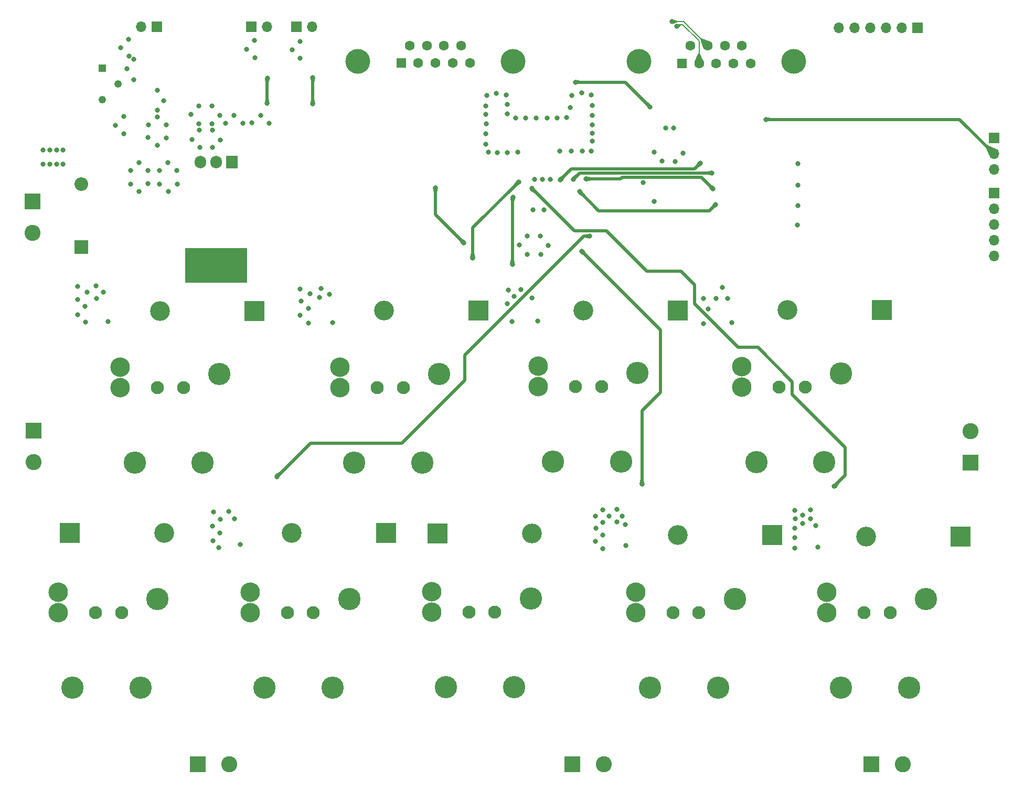
<source format=gbr>
%TF.GenerationSoftware,KiCad,Pcbnew,7.0.2-6a45011f42~172~ubuntu22.04.1*%
%TF.CreationDate,2023-04-27T13:30:21+02:00*%
%TF.ProjectId,Grup3_Tarda_Projecte_Netejaparabrises,47727570-335f-4546-9172-64615f50726f,1.4.27042023*%
%TF.SameCoordinates,Original*%
%TF.FileFunction,Copper,L4,Bot*%
%TF.FilePolarity,Positive*%
%FSLAX46Y46*%
G04 Gerber Fmt 4.6, Leading zero omitted, Abs format (unit mm)*
G04 Created by KiCad (PCBNEW 7.0.2-6a45011f42~172~ubuntu22.04.1) date 2023-04-27 13:30:21*
%MOMM*%
%LPD*%
G01*
G04 APERTURE LIST*
%TA.AperFunction,ComponentPad*%
%ADD10R,1.700000X1.700000*%
%TD*%
%TA.AperFunction,ComponentPad*%
%ADD11O,1.700000X1.700000*%
%TD*%
%TA.AperFunction,ComponentPad*%
%ADD12R,2.600000X2.600000*%
%TD*%
%TA.AperFunction,ComponentPad*%
%ADD13C,2.600000*%
%TD*%
%TA.AperFunction,ComponentPad*%
%ADD14C,2.100000*%
%TD*%
%TA.AperFunction,ComponentPad*%
%ADD15C,3.150000*%
%TD*%
%TA.AperFunction,ComponentPad*%
%ADD16C,3.600000*%
%TD*%
%TA.AperFunction,ComponentPad*%
%ADD17R,1.222000X1.222000*%
%TD*%
%TA.AperFunction,ComponentPad*%
%ADD18C,1.222000*%
%TD*%
%TA.AperFunction,ComponentPad*%
%ADD19R,3.200000X3.200000*%
%TD*%
%TA.AperFunction,ComponentPad*%
%ADD20O,3.200000X3.200000*%
%TD*%
%TA.AperFunction,ComponentPad*%
%ADD21R,2.200000X2.200000*%
%TD*%
%TA.AperFunction,ComponentPad*%
%ADD22O,2.200000X2.200000*%
%TD*%
%TA.AperFunction,ComponentPad*%
%ADD23R,1.905000X2.000000*%
%TD*%
%TA.AperFunction,ComponentPad*%
%ADD24O,1.905000X2.000000*%
%TD*%
%TA.AperFunction,ComponentPad*%
%ADD25R,10.000000X5.600000*%
%TD*%
%TA.AperFunction,ComponentPad*%
%ADD26C,4.000000*%
%TD*%
%TA.AperFunction,ComponentPad*%
%ADD27R,1.600000X1.600000*%
%TD*%
%TA.AperFunction,ComponentPad*%
%ADD28C,1.600000*%
%TD*%
%TA.AperFunction,ViaPad*%
%ADD29C,0.800000*%
%TD*%
%TA.AperFunction,Conductor*%
%ADD30C,0.500000*%
%TD*%
%TA.AperFunction,Conductor*%
%ADD31C,0.200000*%
%TD*%
G04 APERTURE END LIST*
D10*
%TO.P,J7,1,Pin_1*%
%TO.N,+VCC*%
X78680000Y-34605000D03*
D11*
%TO.P,J7,2,Pin_2*%
%TO.N,/Analog/Vsensor*%
X76140000Y-34605000D03*
%TD*%
D12*
%TO.P,J8,1,Pin_1*%
%TO.N,VMOT1-*%
X85255000Y-153645000D03*
D13*
%TO.P,J8,2,Pin_2*%
%TO.N,VMOT1+*%
X90335000Y-153645000D03*
%TD*%
D12*
%TO.P,J10,1,Pin_1*%
%TO.N,GNDPWR*%
X58795000Y-99845000D03*
D13*
%TO.P,J10,2,Pin_2*%
%TO.N,VBOMBA1*%
X58795000Y-104925000D03*
%TD*%
D14*
%TO.P,K3,1*%
%TO.N,VBAT*%
X99725000Y-129230000D03*
%TO.P,K3,2*%
%TO.N,/Potencia/Vc_m1*%
X103925000Y-129230000D03*
D15*
%TO.P,K3,3*%
%TO.N,GNDPWR*%
X93725000Y-125930000D03*
D16*
%TO.P,K3,4*%
%TO.N,VMOT1+*%
X96025000Y-141330000D03*
D15*
%TO.P,K3,5*%
%TO.N,EN1*%
X93725000Y-129230000D03*
D16*
%TO.P,K3,A4*%
%TO.N,N/C*%
X107025000Y-141330000D03*
%TO.P,K3,B4*%
X109725000Y-127030000D03*
%TD*%
D17*
%TO.P,RPOT1,1,1*%
%TO.N,/Analog/Vsensibilitat*%
X69830000Y-41304500D03*
D18*
%TO.P,RPOT1,2,2*%
%TO.N,GND*%
X72370000Y-43844500D03*
%TO.P,RPOT1,3,3*%
X69830000Y-46384500D03*
%TD*%
D19*
%TO.P,D12,1,K*%
%TO.N,VBAT*%
X208350000Y-116940000D03*
D20*
%TO.P,D12,2,A*%
%TO.N,/Potencia/Vc_lu*%
X193110000Y-116940000D03*
%TD*%
D14*
%TO.P,K2,1*%
%TO.N,VBAT*%
X114210000Y-92900000D03*
%TO.P,K2,2*%
%TO.N,/Potencia/Vc_EN1*%
X118410000Y-92900000D03*
D15*
%TO.P,K2,3*%
%TO.N,GNDPWR*%
X108210000Y-89600000D03*
D16*
%TO.P,K2,4*%
%TO.N,EN1*%
X110510000Y-105000000D03*
D15*
%TO.P,K2,5*%
%TO.N,VBAT*%
X108210000Y-92900000D03*
D16*
%TO.P,K2,A4*%
%TO.N,N/C*%
X121510000Y-105000000D03*
%TO.P,K2,B4*%
X124210000Y-90700000D03*
%TD*%
D19*
%TO.P,D6,1,K*%
%TO.N,VBAT*%
X115620000Y-116340000D03*
D20*
%TO.P,D6,2,A*%
%TO.N,/Potencia/Vc_m1*%
X100380000Y-116340000D03*
%TD*%
D12*
%TO.P,J9,1,Pin_1*%
%TO.N,VMOT2-*%
X145705000Y-153645000D03*
D13*
%TO.P,J9,2,Pin_2*%
%TO.N,VMOT2+*%
X150785000Y-153645000D03*
%TD*%
D21*
%TO.P,D1,1,K*%
%TO.N,VBAT*%
X66440000Y-70200000D03*
D22*
%TO.P,D1,2,A*%
%TO.N,/Alimentacio/Vbat*%
X66440000Y-60040000D03*
%TD*%
D14*
%TO.P,K4,1*%
%TO.N,VBAT*%
X68760000Y-129230000D03*
%TO.P,K4,2*%
%TO.N,/Potencia/Vc_m1*%
X72960000Y-129230000D03*
D15*
%TO.P,K4,3*%
%TO.N,EN1*%
X62760000Y-125930000D03*
D16*
%TO.P,K4,4*%
%TO.N,VMOT1-*%
X65060000Y-141330000D03*
D15*
%TO.P,K4,5*%
%TO.N,GNDPWR*%
X62760000Y-129230000D03*
D16*
%TO.P,K4,A4*%
%TO.N,N/C*%
X76060000Y-141330000D03*
%TO.P,K4,B4*%
X78760000Y-127030000D03*
%TD*%
D10*
%TO.P,J2,1,Pin_1*%
%TO.N,/Digital/Vboto1*%
X201390000Y-34780000D03*
D11*
%TO.P,J2,2,Pin_2*%
%TO.N,/Digital/Vboto2*%
X198850000Y-34780000D03*
%TO.P,J2,3,Pin_3*%
%TO.N,/Digital/Vboto3*%
X196310000Y-34780000D03*
%TO.P,J2,4,Pin_4*%
%TO.N,GND*%
X193770000Y-34780000D03*
%TO.P,J2,5,Pin_5*%
%TO.N,/Digital/Vboto4*%
X191230000Y-34780000D03*
%TO.P,J2,6,Pin_6*%
%TO.N,GND*%
X188690000Y-34780000D03*
%TD*%
D23*
%TO.P,IC1,1*%
%TO.N,VBAT*%
X90740000Y-56460000D03*
D24*
%TO.P,IC1,2*%
%TO.N,GNDPWR*%
X88200000Y-56460000D03*
D25*
X88190000Y-73110000D03*
D24*
%TO.P,IC1,3*%
%TO.N,+VCC*%
X85660000Y-56460000D03*
%TD*%
D26*
%TO.P,J6,0,PAD*%
%TO.N,unconnected-(J6-PAD-Pad0)*%
X181445000Y-40240000D03*
X156445000Y-40240000D03*
D27*
%TO.P,J6,1,1*%
%TO.N,unconnected-(J6-Pad1)*%
X163405000Y-40540000D03*
D28*
%TO.P,J6,2,2*%
%TO.N,/Digital/CAN+*%
X166175000Y-40540000D03*
%TO.P,J6,3,3*%
%TO.N,unconnected-(J6-Pad3)*%
X168945000Y-40540000D03*
%TO.P,J6,4,4*%
%TO.N,unconnected-(J6-Pad4)*%
X171715000Y-40540000D03*
%TO.P,J6,5,5*%
%TO.N,unconnected-(J6-Pad5)*%
X174485000Y-40540000D03*
%TO.P,J6,6,6*%
%TO.N,GND*%
X164790000Y-37700000D03*
%TO.P,J6,7,7*%
%TO.N,/Digital/CAN-*%
X167560000Y-37700000D03*
%TO.P,J6,8,8*%
%TO.N,unconnected-(J6-Pad8)*%
X170330000Y-37700000D03*
%TO.P,J6,9,9*%
%TO.N,unconnected-(J6-Pad9)*%
X173100000Y-37700000D03*
%TD*%
D19*
%TO.P,D4,1,K*%
%TO.N,VBAT*%
X94440000Y-80480000D03*
D20*
%TO.P,D4,2,A*%
%TO.N,/Potencia/Vc_b1*%
X79200000Y-80480000D03*
%TD*%
D10*
%TO.P,J13,1,Pin_1*%
%TO.N,GND*%
X93860000Y-34600000D03*
D11*
%TO.P,J13,2,Pin_2*%
%TO.N,/Digital/Vfin_front*%
X96400000Y-34600000D03*
%TD*%
D19*
%TO.P,D10,1,K*%
%TO.N,VBAT*%
X123950000Y-116430000D03*
D20*
%TO.P,D10,2,A*%
%TO.N,/Potencia/Vc_m2*%
X139190000Y-116430000D03*
%TD*%
D10*
%TO.P,J3,1,Pin_1*%
%TO.N,/Digital/PROG_MCLR*%
X213810000Y-61490000D03*
D11*
%TO.P,J3,2,Pin_2*%
%TO.N,+VCC*%
X213810000Y-64030000D03*
%TO.P,J3,3,Pin_3*%
%TO.N,GND*%
X213810000Y-66570000D03*
%TO.P,J3,4,Pin_4*%
%TO.N,PGD*%
X213810000Y-69110000D03*
%TO.P,J3,5,Pin_5*%
%TO.N,PGC*%
X213810000Y-71650000D03*
%TD*%
D12*
%TO.P,J1,1,Pin_1*%
%TO.N,/Alimentacio/Vbat*%
X58575000Y-62790000D03*
D13*
%TO.P,J1,2,Pin_2*%
%TO.N,GNDPWR*%
X58575000Y-67870000D03*
%TD*%
D10*
%TO.P,J14,1,Pin_1*%
%TO.N,GND*%
X101210000Y-34600000D03*
D11*
%TO.P,J14,2,Pin_2*%
%TO.N,/Digital/Vfin_back*%
X103750000Y-34600000D03*
%TD*%
D14*
%TO.P,K1,1*%
%TO.N,VBAT*%
X78760000Y-92900000D03*
%TO.P,K1,2*%
%TO.N,/Potencia/Vc_b1*%
X82960000Y-92900000D03*
D15*
%TO.P,K1,3*%
%TO.N,GNDPWR*%
X72760000Y-89600000D03*
D16*
%TO.P,K1,4*%
%TO.N,VBOMBA1*%
X75060000Y-105000000D03*
D15*
%TO.P,K1,5*%
%TO.N,VBAT*%
X72760000Y-92900000D03*
D16*
%TO.P,K1,A4*%
%TO.N,N/C*%
X86060000Y-105000000D03*
%TO.P,K1,B4*%
X88760000Y-90700000D03*
%TD*%
D26*
%TO.P,J5,0,PAD*%
%TO.N,unconnected-(J5-PAD-Pad0)*%
X136120000Y-40210000D03*
X111120000Y-40210000D03*
D27*
%TO.P,J5,1,1*%
%TO.N,unconnected-(J5-Pad1)*%
X118080000Y-40510000D03*
D28*
%TO.P,J5,2,2*%
%TO.N,/Digital/Rx*%
X120850000Y-40510000D03*
%TO.P,J5,3,3*%
%TO.N,/Digital/Tx*%
X123620000Y-40510000D03*
%TO.P,J5,4,4*%
%TO.N,unconnected-(J5-Pad4)*%
X126390000Y-40510000D03*
%TO.P,J5,5,5*%
%TO.N,GND*%
X129160000Y-40510000D03*
%TO.P,J5,6,6*%
%TO.N,unconnected-(J5-Pad6)*%
X119465000Y-37670000D03*
%TO.P,J5,7,7*%
%TO.N,unconnected-(J5-Pad7)*%
X122235000Y-37670000D03*
%TO.P,J5,8,8*%
%TO.N,unconnected-(J5-Pad8)*%
X125005000Y-37670000D03*
%TO.P,J5,9,9*%
%TO.N,unconnected-(J5-Pad9)*%
X127775000Y-37670000D03*
%TD*%
D14*
%TO.P,K9,1*%
%TO.N,VBAT*%
X192790000Y-129200000D03*
%TO.P,K9,2*%
%TO.N,/Potencia/Vc_lu*%
X196990000Y-129200000D03*
D15*
%TO.P,K9,3*%
%TO.N,GNDPWR*%
X186790000Y-125900000D03*
D16*
%TO.P,K9,4*%
%TO.N,VLUNETA*%
X189090000Y-141300000D03*
D15*
%TO.P,K9,5*%
%TO.N,VBAT*%
X186790000Y-129200000D03*
D16*
%TO.P,K9,A4*%
%TO.N,N/C*%
X200090000Y-141300000D03*
%TO.P,K9,B4*%
X202790000Y-127000000D03*
%TD*%
D12*
%TO.P,J11,1,Pin_1*%
%TO.N,GNDPWR*%
X210005000Y-104985000D03*
D13*
%TO.P,J11,2,Pin_2*%
%TO.N,VBOMBA2*%
X210005000Y-99905000D03*
%TD*%
D19*
%TO.P,D9,1,K*%
%TO.N,VBAT*%
X162710000Y-80410000D03*
D20*
%TO.P,D9,2,A*%
%TO.N,/Potencia/Vc_EN2*%
X147470000Y-80410000D03*
%TD*%
D14*
%TO.P,K7,1*%
%TO.N,VBAT*%
X128990000Y-129105000D03*
%TO.P,K7,2*%
%TO.N,/Potencia/Vc_m2*%
X133190000Y-129105000D03*
D15*
%TO.P,K7,3*%
%TO.N,EN2*%
X122990000Y-125805000D03*
D16*
%TO.P,K7,4*%
%TO.N,VMOT2-*%
X125290000Y-141205000D03*
D15*
%TO.P,K7,5*%
%TO.N,GNDPWR*%
X122990000Y-129105000D03*
D16*
%TO.P,K7,A4*%
%TO.N,N/C*%
X136290000Y-141205000D03*
%TO.P,K7,B4*%
X138990000Y-126905000D03*
%TD*%
D19*
%TO.P,D11,1,K*%
%TO.N,VBAT*%
X177990000Y-116640000D03*
D20*
%TO.P,D11,2,A*%
%TO.N,/Potencia/Vc_m2*%
X162750000Y-116640000D03*
%TD*%
D19*
%TO.P,D7,1,K*%
%TO.N,VBAT*%
X64630000Y-116340000D03*
D20*
%TO.P,D7,2,A*%
%TO.N,/Potencia/Vc_m1*%
X79870000Y-116340000D03*
%TD*%
D19*
%TO.P,D8,1,K*%
%TO.N,VBAT*%
X195640000Y-80340000D03*
D20*
%TO.P,D8,2,A*%
%TO.N,/Potencia/Vc_b2*%
X180400000Y-80340000D03*
%TD*%
D14*
%TO.P,K5,1*%
%TO.N,VBAT*%
X179090000Y-92820000D03*
%TO.P,K5,2*%
%TO.N,/Potencia/Vc_b2*%
X183290000Y-92820000D03*
D15*
%TO.P,K5,3*%
%TO.N,GNDPWR*%
X173090000Y-89520000D03*
D16*
%TO.P,K5,4*%
%TO.N,VBOMBA2*%
X175390000Y-104920000D03*
D15*
%TO.P,K5,5*%
%TO.N,VBAT*%
X173090000Y-92820000D03*
D16*
%TO.P,K5,A4*%
%TO.N,N/C*%
X186390000Y-104920000D03*
%TO.P,K5,B4*%
X189090000Y-90620000D03*
%TD*%
D14*
%TO.P,K6,1*%
%TO.N,VBAT*%
X146250000Y-92740000D03*
%TO.P,K6,2*%
%TO.N,/Potencia/Vc_EN2*%
X150450000Y-92740000D03*
D15*
%TO.P,K6,3*%
%TO.N,GNDPWR*%
X140250000Y-89440000D03*
D16*
%TO.P,K6,4*%
%TO.N,EN2*%
X142550000Y-104840000D03*
D15*
%TO.P,K6,5*%
%TO.N,VBAT*%
X140250000Y-92740000D03*
D16*
%TO.P,K6,A4*%
%TO.N,N/C*%
X153550000Y-104840000D03*
%TO.P,K6,B4*%
X156250000Y-90540000D03*
%TD*%
D12*
%TO.P,J12,1,Pin_1*%
%TO.N,GNDPWR*%
X194005000Y-153645000D03*
D13*
%TO.P,J12,2,Pin_2*%
%TO.N,VLUNETA*%
X199085000Y-153645000D03*
%TD*%
D19*
%TO.P,D5,1,K*%
%TO.N,VBAT*%
X130540000Y-80425000D03*
D20*
%TO.P,D5,2,A*%
%TO.N,/Potencia/Vc_EN1*%
X115300000Y-80425000D03*
%TD*%
D10*
%TO.P,J4,1,Pin_1*%
%TO.N,/Digital/Vsw*%
X213770000Y-52610000D03*
D11*
%TO.P,J4,2,Pin_2*%
%TO.N,/Digital/MCLR*%
X213770000Y-55150000D03*
%TO.P,J4,3,Pin_3*%
%TO.N,/Digital/PROG_MCLR*%
X213770000Y-57690000D03*
%TD*%
D14*
%TO.P,K8,1*%
%TO.N,VBAT*%
X161950000Y-129190000D03*
%TO.P,K8,2*%
%TO.N,/Potencia/Vc_m2*%
X166150000Y-129190000D03*
D15*
%TO.P,K8,3*%
%TO.N,GNDPWR*%
X155950000Y-125890000D03*
D16*
%TO.P,K8,4*%
%TO.N,VMOT2+*%
X158250000Y-141290000D03*
D15*
%TO.P,K8,5*%
%TO.N,EN2*%
X155950000Y-129190000D03*
D16*
%TO.P,K8,A4*%
%TO.N,N/C*%
X169250000Y-141290000D03*
%TO.P,K8,B4*%
X171950000Y-126990000D03*
%TD*%
D29*
%TO.N,GNDPWR*%
X67370000Y-77430000D03*
X139170000Y-78430000D03*
X67160000Y-82320000D03*
X154250000Y-114980000D03*
X150600000Y-114640000D03*
X152870000Y-114540000D03*
X169950000Y-76740000D03*
X77190000Y-59960000D03*
X182890000Y-113420000D03*
X60312862Y-56791624D03*
X67090000Y-79720000D03*
X74390000Y-60010000D03*
X181590000Y-118750000D03*
X87660000Y-115250000D03*
X140110000Y-82140000D03*
X65840000Y-78630000D03*
X152880000Y-112530000D03*
X65910000Y-76520000D03*
X166850000Y-82540000D03*
X184180000Y-112620000D03*
X90240000Y-112890000D03*
X103100000Y-80050000D03*
X151660000Y-113610000D03*
X92120000Y-118190000D03*
X154350000Y-118340000D03*
X167680000Y-80170000D03*
X170740000Y-78520000D03*
X80550000Y-61190000D03*
X68880000Y-78450000D03*
X63522862Y-56791624D03*
X153770000Y-113580000D03*
X150610000Y-112610000D03*
X150600000Y-116640000D03*
X87790000Y-112930000D03*
X171480000Y-82370000D03*
X70040000Y-77450000D03*
X62462862Y-56791624D03*
X104940000Y-78310000D03*
X101750000Y-81170000D03*
X107040000Y-82410000D03*
X103160000Y-82500000D03*
X181620000Y-117130000D03*
X135220000Y-79370000D03*
X70760000Y-82250000D03*
X149470000Y-117720000D03*
X149480000Y-115570000D03*
X88900000Y-114100000D03*
X106540000Y-77820000D03*
X166890000Y-78450000D03*
X101810000Y-76950000D03*
X181650000Y-112700000D03*
X184180000Y-114080000D03*
X68850000Y-76480000D03*
X91200000Y-114040000D03*
X88790000Y-116330000D03*
X137400000Y-77030000D03*
X87690000Y-117570000D03*
X185020000Y-115150000D03*
X150580000Y-118880000D03*
X181620000Y-115580000D03*
X135350000Y-77130000D03*
X181670000Y-114080000D03*
X168910000Y-78500000D03*
X81950000Y-59990000D03*
X185340000Y-118630000D03*
X75790000Y-61210000D03*
X103370000Y-77710000D03*
X79100000Y-59990000D03*
X65860000Y-81110000D03*
X149470000Y-113580000D03*
X101920000Y-78910000D03*
X61382862Y-56791624D03*
X136350000Y-78180000D03*
X88630000Y-118690000D03*
X105130000Y-76880000D03*
X135980000Y-82210000D03*
X182910000Y-114820000D03*
%TO.N,+VCC*%
X80150000Y-50440000D03*
X78700000Y-49190000D03*
X101790000Y-36960000D03*
X85450000Y-47390000D03*
X72000000Y-50540000D03*
X77300000Y-50440000D03*
X85600000Y-54140000D03*
X101800000Y-39730000D03*
X91100000Y-48940000D03*
X100530000Y-38340000D03*
X162300000Y-56390000D03*
X93139030Y-38245671D03*
X84150000Y-48790000D03*
X140600000Y-71340000D03*
X162010000Y-50940000D03*
X89750000Y-50190000D03*
X182050000Y-66630000D03*
X92500000Y-50190000D03*
X182080000Y-60180000D03*
X73300000Y-51890000D03*
X85450000Y-50290000D03*
X163600000Y-54990000D03*
X84300000Y-52790000D03*
X141800000Y-69940000D03*
X85500000Y-51290000D03*
X94449030Y-39645671D03*
X79750000Y-46540000D03*
X140550000Y-68440000D03*
X141180000Y-64160000D03*
X78750000Y-44840000D03*
X182080000Y-63490000D03*
X94440000Y-36864671D03*
X158960000Y-62780000D03*
X73300000Y-49090000D03*
X182090000Y-56740000D03*
X78750000Y-48090000D03*
%TO.N,GND*%
X145550000Y-54680000D03*
X77250000Y-52490000D03*
X73850000Y-41440000D03*
X139320000Y-64170000D03*
X78750000Y-53790000D03*
X62472862Y-54481624D03*
X74100000Y-36640000D03*
X94000000Y-50140000D03*
X157160000Y-59780000D03*
X60312862Y-54491624D03*
X74150000Y-39390000D03*
X135070000Y-45600000D03*
X96800000Y-50190000D03*
X148930000Y-48950000D03*
X131720000Y-53550000D03*
X88900000Y-52890000D03*
X133410000Y-45390000D03*
X74950000Y-39890000D03*
X139630000Y-59260000D03*
X95450000Y-48940000D03*
X87550000Y-50290000D03*
X87550000Y-47440000D03*
X147300000Y-54720000D03*
X137150000Y-69840000D03*
X158900000Y-54890000D03*
X138180000Y-49360000D03*
X61362862Y-54491624D03*
X136530000Y-49340000D03*
X139870000Y-49380000D03*
X135180000Y-54910000D03*
X143240000Y-49320000D03*
X138400000Y-71340000D03*
X74950000Y-43140000D03*
X148740000Y-45600000D03*
X63522862Y-54481624D03*
X141610000Y-49400000D03*
X135190000Y-47150000D03*
X87600000Y-54140000D03*
X72850000Y-38040000D03*
X80150000Y-52540000D03*
X148940000Y-53110000D03*
X87650000Y-51290000D03*
X136870000Y-54900000D03*
X147200000Y-45290000D03*
X160150000Y-56340000D03*
X131880000Y-45700000D03*
X131840000Y-50290000D03*
X160750000Y-50940000D03*
X140910000Y-59250000D03*
X148960000Y-51790000D03*
X131720000Y-47390000D03*
X135210000Y-48710000D03*
X144780000Y-49260000D03*
X145590000Y-45710000D03*
X145410000Y-47670000D03*
X131740000Y-51940000D03*
X142170000Y-59240000D03*
X133610000Y-54910000D03*
X143700000Y-54730000D03*
X131740000Y-48770000D03*
X148760000Y-54660000D03*
X148930000Y-50430000D03*
X132160000Y-54870000D03*
X88850000Y-48940000D03*
X148890000Y-47350000D03*
X138400000Y-68440000D03*
%TO.N,VBAT*%
X74390000Y-57860000D03*
X75740000Y-56560000D03*
X81900000Y-57790000D03*
X77240000Y-57810000D03*
X79100000Y-57840000D03*
X80450000Y-56540000D03*
%TO.N,/Digital/MCLR*%
X176980000Y-49570000D03*
%TO.N,/Digital/Vboto1*%
X146880000Y-61240000D03*
X168860000Y-63310000D03*
%TO.N,/Digital/Vboto2*%
X147940000Y-59170000D03*
X168370000Y-60750000D03*
%TO.N,/Digital/Vboto3*%
X168220000Y-58230000D03*
X145840000Y-59270000D03*
%TO.N,/Digital/Vboto4*%
X166350000Y-56660000D03*
X143770000Y-59320000D03*
%TO.N,/Digital/Vfin_back*%
X103840000Y-42810000D03*
X103840000Y-47090000D03*
%TO.N,DriverLuneta*%
X139150000Y-60730000D03*
X187982500Y-108822500D03*
%TO.N,EnableM1*%
X129640000Y-71930000D03*
X137080000Y-59650000D03*
%TO.N,EnableM2*%
X136140000Y-62130000D03*
X136050000Y-72940000D03*
%TO.N,STB*%
X146230000Y-43560000D03*
X158265000Y-47595000D03*
%TO.N,/Digital/Vfin_front*%
X96460000Y-46960000D03*
X96480000Y-42890000D03*
%TO.N,/Digital/Tx*%
X128170000Y-69470000D03*
X123620000Y-60580000D03*
%TO.N,DriverM2*%
X156950000Y-108440000D03*
X147250000Y-70900000D03*
%TO.N,DriverM1*%
X98010000Y-107250000D03*
X148500000Y-68440000D03*
%TO.N,/Digital/CAN+*%
X162571232Y-34561232D03*
%TO.N,/Digital/CAN-*%
X161828768Y-33818768D03*
%TD*%
D30*
%TO.N,/Digital/MCLR*%
X208190000Y-49570000D02*
X213770000Y-55150000D01*
X176980000Y-49570000D02*
X208190000Y-49570000D01*
%TO.N,/Digital/Vboto1*%
X149980000Y-64340000D02*
X146880000Y-61240000D01*
X167830000Y-64340000D02*
X149980000Y-64340000D01*
X168860000Y-63310000D02*
X167830000Y-64340000D01*
%TO.N,/Digital/Vboto2*%
X166550000Y-58930000D02*
X168370000Y-60750000D01*
X153777918Y-58930000D02*
X166550000Y-58930000D01*
X153537918Y-59170000D02*
X153777918Y-58930000D01*
X148110000Y-59170000D02*
X147940000Y-59170000D01*
X148110000Y-59170000D02*
X153537918Y-59170000D01*
%TO.N,/Digital/Vboto3*%
X146880000Y-58230000D02*
X145840000Y-59270000D01*
X168220000Y-58230000D02*
X146880000Y-58230000D01*
%TO.N,/Digital/Vboto4*%
X145560000Y-57530000D02*
X143770000Y-59320000D01*
X166350000Y-56660000D02*
X165480000Y-57530000D01*
X165480000Y-57530000D02*
X145560000Y-57530000D01*
%TO.N,/Digital/Vfin_back*%
X103840000Y-42810000D02*
X103840000Y-47090000D01*
%TO.N,DriverLuneta*%
X181210000Y-93980000D02*
X181210000Y-91910000D01*
X187982500Y-108822500D02*
X189770000Y-107035000D01*
X146010000Y-67590000D02*
X139150000Y-60730000D01*
X172430000Y-86360000D02*
X165420000Y-79350000D01*
X165420000Y-79350000D02*
X165420000Y-76320000D01*
X151239138Y-67590000D02*
X146010000Y-67590000D01*
X165420000Y-76320000D02*
X163200000Y-74100000D01*
X189770000Y-107035000D02*
X189770000Y-102540000D01*
X163200000Y-74100000D02*
X157749138Y-74100000D01*
X181210000Y-91910000D02*
X175660000Y-86360000D01*
X175660000Y-86360000D02*
X172430000Y-86360000D01*
X157749138Y-74100000D02*
X151239138Y-67590000D01*
X189770000Y-102540000D02*
X181210000Y-93980000D01*
%TO.N,EnableM1*%
X129640000Y-67090000D02*
X137080000Y-59650000D01*
X129640000Y-71930000D02*
X129640000Y-67090000D01*
%TO.N,EnableM2*%
X136020000Y-72910000D02*
X136050000Y-72940000D01*
X136020000Y-62250000D02*
X136020000Y-72910000D01*
X136140000Y-62130000D02*
X136020000Y-62250000D01*
%TO.N,STB*%
X146230000Y-43560000D02*
X154230000Y-43560000D01*
X154230000Y-43560000D02*
X158265000Y-47595000D01*
%TO.N,/Digital/Vfin_front*%
X96460000Y-42910000D02*
X96480000Y-42890000D01*
X96460000Y-46960000D02*
X96460000Y-42910000D01*
%TO.N,/Digital/Tx*%
X123620000Y-64920000D02*
X128170000Y-69470000D01*
X123620000Y-60580000D02*
X123620000Y-64920000D01*
%TO.N,DriverM2*%
X156940000Y-96600000D02*
X159910000Y-93630000D01*
X156950000Y-108440000D02*
X156950000Y-106930000D01*
X159910000Y-83560000D02*
X147250000Y-70900000D01*
X156940000Y-106920000D02*
X156940000Y-96600000D01*
X159910000Y-93630000D02*
X159910000Y-83560000D01*
X156950000Y-106930000D02*
X156940000Y-106920000D01*
%TO.N,DriverM1*%
X128340000Y-87667968D02*
X128340000Y-91680000D01*
X147567968Y-68440000D02*
X128340000Y-87667968D01*
X103430000Y-101830000D02*
X98010000Y-107250000D01*
X128340000Y-91680000D02*
X118190000Y-101830000D01*
X148500000Y-68440000D02*
X147567968Y-68440000D01*
X118190000Y-101830000D02*
X103430000Y-101830000D01*
D31*
%TO.N,/Digital/CAN+*%
X163492372Y-34268769D02*
X166175000Y-36951397D01*
X166175000Y-36951397D02*
X166175000Y-40540000D01*
X162571232Y-34561232D02*
X162863695Y-34268769D01*
X162863695Y-34268769D02*
X163492372Y-34268769D01*
%TO.N,/Digital/CAN-*%
X163678768Y-33818768D02*
X167560000Y-37700000D01*
X161828768Y-33818768D02*
X163678768Y-33818768D01*
%TD*%
%TA.AperFunction,Conductor*%
%TO.N,/Digital/CAN-*%
G36*
X166506225Y-36500250D02*
G01*
X167854321Y-36956890D01*
X167861057Y-36962790D01*
X167861649Y-36971726D01*
X167861382Y-36972437D01*
X167562562Y-37696212D01*
X167556237Y-37702551D01*
X167556212Y-37702562D01*
X166832437Y-38001382D01*
X166823482Y-38001371D01*
X166817157Y-37995032D01*
X166816890Y-37994321D01*
X166718059Y-37702551D01*
X166478275Y-36994659D01*
X166477672Y-36991460D01*
X166475512Y-36944722D01*
X166475500Y-36944182D01*
X166475500Y-36923555D01*
X166474364Y-36917482D01*
X166474177Y-36915871D01*
X166472585Y-36881406D01*
X166464523Y-36863147D01*
X166463726Y-36860574D01*
X166460061Y-36840964D01*
X166441897Y-36811628D01*
X166441142Y-36810195D01*
X166427206Y-36778631D01*
X166413098Y-36764524D01*
X166411423Y-36762410D01*
X166400917Y-36745442D01*
X166394308Y-36740451D01*
X166390277Y-36734869D01*
X166360251Y-36646226D01*
X166360843Y-36637290D01*
X166363057Y-36634202D01*
X166494200Y-36503059D01*
X166502472Y-36499633D01*
X166506225Y-36500250D01*
G37*
%TD.AperFunction*%
%TD*%
%TA.AperFunction,Conductor*%
%TO.N,/Digital/Tx*%
G36*
X124005939Y-60579964D02*
G01*
X124014202Y-60583412D01*
X124017608Y-60591693D01*
X124017408Y-60593820D01*
X123871790Y-61370456D01*
X123866897Y-61377956D01*
X123860290Y-61380000D01*
X123379710Y-61380000D01*
X123371437Y-61376573D01*
X123368210Y-61370456D01*
X123222591Y-60593820D01*
X123224435Y-60585057D01*
X123231935Y-60580164D01*
X123234052Y-60579964D01*
X123620000Y-60579000D01*
X124005939Y-60579964D01*
G37*
%TD.AperFunction*%
%TD*%
%TA.AperFunction,Conductor*%
%TO.N,/Digital/Vboto2*%
G36*
X167989104Y-60013021D02*
G01*
X168641237Y-60459216D01*
X168646130Y-60466716D01*
X168644286Y-60475479D01*
X168642924Y-60477124D01*
X168370707Y-60750707D01*
X168097124Y-61022924D01*
X168088843Y-61026330D01*
X168080578Y-61022882D01*
X168079216Y-61021237D01*
X167633021Y-60369104D01*
X167631177Y-60360341D01*
X167634402Y-60354226D01*
X167974225Y-60014403D01*
X167982497Y-60010977D01*
X167989104Y-60013021D01*
G37*
%TD.AperFunction*%
%TD*%
%TA.AperFunction,Conductor*%
%TO.N,STB*%
G36*
X146243817Y-43162590D02*
G01*
X147020457Y-43308210D01*
X147027956Y-43313103D01*
X147030000Y-43319710D01*
X147030000Y-43800289D01*
X147026573Y-43808562D01*
X147020456Y-43811789D01*
X146243820Y-43957408D01*
X146235057Y-43955564D01*
X146230164Y-43948064D01*
X146229964Y-43945946D01*
X146229000Y-43560000D01*
X146229964Y-43174059D01*
X146233412Y-43165797D01*
X146241693Y-43162391D01*
X146243817Y-43162590D01*
G37*
%TD.AperFunction*%
%TD*%
%TA.AperFunction,Conductor*%
%TO.N,/Digital/CAN-*%
G36*
X161992636Y-33453713D02*
G01*
X162621568Y-33715768D01*
X162627887Y-33722113D01*
X162628768Y-33726568D01*
X162628768Y-33910967D01*
X162625341Y-33919240D01*
X162621568Y-33921767D01*
X162527724Y-33960868D01*
X162524751Y-33961668D01*
X162414468Y-33976188D01*
X162268391Y-34036695D01*
X162177695Y-34106287D01*
X162175073Y-34107805D01*
X161992638Y-34183820D01*
X161983683Y-34183839D01*
X161977339Y-34177522D01*
X161947640Y-34106287D01*
X161829643Y-33823267D01*
X161829623Y-33814318D01*
X161977340Y-33460010D01*
X161983686Y-33453694D01*
X161992636Y-33453713D01*
G37*
%TD.AperFunction*%
%TD*%
%TA.AperFunction,Conductor*%
%TO.N,/Digital/CAN+*%
G36*
X163238522Y-34168640D02*
G01*
X163246755Y-34172158D01*
X163250091Y-34180339D01*
X163250091Y-34364533D01*
X163247380Y-34372022D01*
X162862262Y-34834247D01*
X162854333Y-34838410D01*
X162845784Y-34835747D01*
X162845014Y-34835046D01*
X162573685Y-34564673D01*
X162570244Y-34556406D01*
X162570244Y-34556356D01*
X162570713Y-34368769D01*
X162571202Y-34173031D01*
X162574650Y-34164768D01*
X162582931Y-34161362D01*
X162583024Y-34161362D01*
X163238522Y-34168640D01*
G37*
%TD.AperFunction*%
%TD*%
%TA.AperFunction,Conductor*%
%TO.N,/Digital/Vfin_back*%
G36*
X104088563Y-46293427D02*
G01*
X104091790Y-46299544D01*
X104237408Y-47076179D01*
X104235564Y-47084942D01*
X104228064Y-47089835D01*
X104225937Y-47090035D01*
X103840000Y-47091000D01*
X103454062Y-47090035D01*
X103445797Y-47086587D01*
X103442391Y-47078306D01*
X103442591Y-47076179D01*
X103588210Y-46299544D01*
X103593103Y-46292044D01*
X103599710Y-46290000D01*
X104080290Y-46290000D01*
X104088563Y-46293427D01*
G37*
%TD.AperFunction*%
%TD*%
%TA.AperFunction,Conductor*%
%TO.N,/Digital/MCLR*%
G36*
X176993817Y-49172590D02*
G01*
X177770457Y-49318210D01*
X177777956Y-49323103D01*
X177780000Y-49329710D01*
X177780000Y-49810289D01*
X177776573Y-49818562D01*
X177770456Y-49821789D01*
X176993820Y-49967408D01*
X176985057Y-49965564D01*
X176980164Y-49958064D01*
X176979964Y-49955946D01*
X176979000Y-49570000D01*
X176979964Y-49184059D01*
X176983412Y-49175797D01*
X176991693Y-49172391D01*
X176993817Y-49172590D01*
G37*
%TD.AperFunction*%
%TD*%
%TA.AperFunction,Conductor*%
%TO.N,EnableM2*%
G36*
X136142171Y-62129905D02*
G01*
X136499050Y-62278694D01*
X136505368Y-62285041D01*
X136505469Y-62293692D01*
X136272884Y-62898630D01*
X136266716Y-62905122D01*
X136261963Y-62906131D01*
X135781256Y-62906131D01*
X135772983Y-62902704D01*
X135769565Y-62894883D01*
X135746327Y-62293692D01*
X135740468Y-62142119D01*
X135743572Y-62133722D01*
X135751707Y-62129978D01*
X135752094Y-62129969D01*
X136137648Y-62129005D01*
X136142171Y-62129905D01*
G37*
%TD.AperFunction*%
%TD*%
%TA.AperFunction,Conductor*%
%TO.N,EnableM1*%
G36*
X129888563Y-71133427D02*
G01*
X129891790Y-71139544D01*
X130037408Y-71916179D01*
X130035564Y-71924942D01*
X130028064Y-71929835D01*
X130025937Y-71930035D01*
X129640000Y-71931000D01*
X129254062Y-71930035D01*
X129245797Y-71926587D01*
X129242391Y-71918306D01*
X129242591Y-71916179D01*
X129388210Y-71139544D01*
X129393103Y-71132044D01*
X129399710Y-71130000D01*
X129880290Y-71130000D01*
X129888563Y-71133427D01*
G37*
%TD.AperFunction*%
%TD*%
%TA.AperFunction,Conductor*%
%TO.N,/Digital/Vboto2*%
G36*
X147953817Y-58772590D02*
G01*
X148730457Y-58918210D01*
X148737956Y-58923103D01*
X148740000Y-58929710D01*
X148740000Y-59410289D01*
X148736573Y-59418562D01*
X148730456Y-59421789D01*
X147953820Y-59567408D01*
X147945057Y-59565564D01*
X147940164Y-59558064D01*
X147939964Y-59555946D01*
X147939000Y-59170000D01*
X147939964Y-58784059D01*
X147943412Y-58775797D01*
X147951693Y-58772391D01*
X147953817Y-58772590D01*
G37*
%TD.AperFunction*%
%TD*%
%TA.AperFunction,Conductor*%
%TO.N,DriverLuneta*%
G36*
X139439421Y-60457117D02*
G01*
X139440783Y-60458762D01*
X139886978Y-61110895D01*
X139888822Y-61119658D01*
X139885595Y-61125775D01*
X139545775Y-61465595D01*
X139537502Y-61469022D01*
X139530895Y-61466978D01*
X138878762Y-61020783D01*
X138873869Y-61013283D01*
X138875713Y-61004520D01*
X138877075Y-61002875D01*
X139149293Y-60729293D01*
X139422875Y-60457075D01*
X139431156Y-60453669D01*
X139439421Y-60457117D01*
G37*
%TD.AperFunction*%
%TD*%
%TA.AperFunction,Conductor*%
%TO.N,/Digital/Tx*%
G36*
X127789104Y-68733021D02*
G01*
X128441237Y-69179216D01*
X128446130Y-69186716D01*
X128444286Y-69195479D01*
X128442924Y-69197124D01*
X128170707Y-69470707D01*
X127897124Y-69742924D01*
X127888843Y-69746330D01*
X127880578Y-69742882D01*
X127879216Y-69741237D01*
X127433021Y-69089104D01*
X127431177Y-69080341D01*
X127434402Y-69074226D01*
X127774225Y-68734403D01*
X127782497Y-68730977D01*
X127789104Y-68733021D01*
G37*
%TD.AperFunction*%
%TD*%
%TA.AperFunction,Conductor*%
%TO.N,DriverM1*%
G36*
X148494941Y-68044435D02*
G01*
X148499834Y-68051935D01*
X148500034Y-68054062D01*
X148501000Y-68440000D01*
X148500035Y-68825937D01*
X148496587Y-68834202D01*
X148488306Y-68837608D01*
X148486179Y-68837408D01*
X147709544Y-68691789D01*
X147702044Y-68686896D01*
X147700000Y-68680289D01*
X147700000Y-68199710D01*
X147703427Y-68191437D01*
X147709542Y-68188210D01*
X148486179Y-68042591D01*
X148494941Y-68044435D01*
G37*
%TD.AperFunction*%
%TD*%
%TA.AperFunction,Conductor*%
%TO.N,/Digital/Vfin_front*%
G36*
X96708563Y-46163427D02*
G01*
X96711790Y-46169544D01*
X96857408Y-46946179D01*
X96855564Y-46954942D01*
X96848064Y-46959835D01*
X96845937Y-46960035D01*
X96460000Y-46961000D01*
X96074062Y-46960035D01*
X96065797Y-46956587D01*
X96062391Y-46948306D01*
X96062591Y-46946179D01*
X96208210Y-46169544D01*
X96213103Y-46162044D01*
X96219710Y-46160000D01*
X96700290Y-46160000D01*
X96708563Y-46163427D01*
G37*
%TD.AperFunction*%
%TD*%
%TA.AperFunction,Conductor*%
%TO.N,DriverM2*%
G36*
X157198563Y-107643427D02*
G01*
X157201790Y-107649544D01*
X157347408Y-108426179D01*
X157345564Y-108434942D01*
X157338064Y-108439835D01*
X157335937Y-108440035D01*
X156950000Y-108441000D01*
X156564062Y-108440035D01*
X156555797Y-108436587D01*
X156552391Y-108428306D01*
X156552591Y-108426179D01*
X156698210Y-107649544D01*
X156703103Y-107642044D01*
X156709710Y-107640000D01*
X157190290Y-107640000D01*
X157198563Y-107643427D01*
G37*
%TD.AperFunction*%
%TD*%
%TA.AperFunction,Conductor*%
%TO.N,/Digital/Vboto3*%
G36*
X146235775Y-58534404D02*
G01*
X146575595Y-58874224D01*
X146579022Y-58882497D01*
X146576978Y-58889104D01*
X146130783Y-59541237D01*
X146123283Y-59546130D01*
X146114520Y-59544286D01*
X146112875Y-59542924D01*
X145839293Y-59270707D01*
X145567075Y-58997124D01*
X145563669Y-58988843D01*
X145567117Y-58980578D01*
X145568756Y-58979220D01*
X146220895Y-58533020D01*
X146229658Y-58531177D01*
X146235775Y-58534404D01*
G37*
%TD.AperFunction*%
%TD*%
%TA.AperFunction,Conductor*%
%TO.N,/Digital/Vfin_back*%
G36*
X104225939Y-42809964D02*
G01*
X104234202Y-42813412D01*
X104237608Y-42821693D01*
X104237408Y-42823820D01*
X104091790Y-43600456D01*
X104086897Y-43607956D01*
X104080290Y-43610000D01*
X103599710Y-43610000D01*
X103591437Y-43606573D01*
X103588210Y-43600456D01*
X103442591Y-42823820D01*
X103444435Y-42815057D01*
X103451935Y-42810164D01*
X103454052Y-42809964D01*
X103840000Y-42809000D01*
X104225939Y-42809964D01*
G37*
%TD.AperFunction*%
%TD*%
%TA.AperFunction,Conductor*%
%TO.N,/Digital/Vboto3*%
G36*
X168214942Y-57834435D02*
G01*
X168219835Y-57841935D01*
X168220035Y-57844062D01*
X168221000Y-58230000D01*
X168220035Y-58615937D01*
X168216587Y-58624202D01*
X168208306Y-58627608D01*
X168206179Y-58627408D01*
X167429544Y-58481789D01*
X167422044Y-58476896D01*
X167420000Y-58470289D01*
X167420000Y-57989710D01*
X167423427Y-57981437D01*
X167429542Y-57978210D01*
X168206180Y-57832591D01*
X168214942Y-57834435D01*
G37*
%TD.AperFunction*%
%TD*%
%TA.AperFunction,Conductor*%
%TO.N,/Digital/Vboto4*%
G36*
X166075479Y-56385713D02*
G01*
X166077124Y-56387075D01*
X166350707Y-56659293D01*
X166622924Y-56932875D01*
X166626330Y-56941156D01*
X166622882Y-56949421D01*
X166621237Y-56950783D01*
X165969104Y-57396978D01*
X165960341Y-57398822D01*
X165954224Y-57395595D01*
X165614404Y-57055775D01*
X165610977Y-57047502D01*
X165613021Y-57040895D01*
X166059217Y-56388761D01*
X166066716Y-56383869D01*
X166075479Y-56385713D01*
G37*
%TD.AperFunction*%
%TD*%
%TA.AperFunction,Conductor*%
%TO.N,DriverM2*%
G36*
X147539421Y-70627117D02*
G01*
X147540783Y-70628762D01*
X147986978Y-71280895D01*
X147988822Y-71289658D01*
X147985595Y-71295775D01*
X147645775Y-71635595D01*
X147637502Y-71639022D01*
X147630895Y-71636978D01*
X146978762Y-71190783D01*
X146973869Y-71183283D01*
X146975713Y-71174520D01*
X146977075Y-71172875D01*
X147249293Y-70899293D01*
X147522875Y-70627075D01*
X147531156Y-70623669D01*
X147539421Y-70627117D01*
G37*
%TD.AperFunction*%
%TD*%
%TA.AperFunction,Conductor*%
%TO.N,/Digital/CAN+*%
G36*
X166276003Y-38943427D02*
G01*
X166278220Y-38946518D01*
X166908574Y-40222658D01*
X166909166Y-40231594D01*
X166903266Y-40238330D01*
X166902574Y-40238644D01*
X166179490Y-40539134D01*
X166170536Y-40539144D01*
X165447425Y-40238644D01*
X165441100Y-40232305D01*
X165441111Y-40223350D01*
X165441415Y-40222678D01*
X166071780Y-38946517D01*
X166078516Y-38940618D01*
X166082270Y-38940000D01*
X166267730Y-38940000D01*
X166276003Y-38943427D01*
G37*
%TD.AperFunction*%
%TD*%
%TA.AperFunction,Conductor*%
%TO.N,/Digital/Vboto1*%
G36*
X168585479Y-63035713D02*
G01*
X168587124Y-63037075D01*
X168860707Y-63309293D01*
X169132924Y-63582875D01*
X169136330Y-63591156D01*
X169132882Y-63599421D01*
X169131237Y-63600783D01*
X168479104Y-64046978D01*
X168470341Y-64048822D01*
X168464224Y-64045595D01*
X168124404Y-63705775D01*
X168120977Y-63697502D01*
X168123021Y-63690895D01*
X168569217Y-63038761D01*
X168576716Y-63033869D01*
X168585479Y-63035713D01*
G37*
%TD.AperFunction*%
%TD*%
%TA.AperFunction,Conductor*%
%TO.N,DriverLuneta*%
G36*
X188378275Y-108086904D02*
G01*
X188718095Y-108426724D01*
X188721522Y-108434997D01*
X188719478Y-108441604D01*
X188273283Y-109093737D01*
X188265783Y-109098630D01*
X188257020Y-109096786D01*
X188255375Y-109095424D01*
X187981793Y-108823207D01*
X187709575Y-108549624D01*
X187706169Y-108541343D01*
X187709617Y-108533078D01*
X187711256Y-108531720D01*
X188363395Y-108085520D01*
X188372158Y-108083677D01*
X188378275Y-108086904D01*
G37*
%TD.AperFunction*%
%TD*%
%TA.AperFunction,Conductor*%
%TO.N,DriverM1*%
G36*
X98405775Y-106514404D02*
G01*
X98745595Y-106854224D01*
X98749022Y-106862497D01*
X98746978Y-106869104D01*
X98300783Y-107521237D01*
X98293283Y-107526130D01*
X98284520Y-107524286D01*
X98282875Y-107522924D01*
X98009293Y-107250707D01*
X97737075Y-106977124D01*
X97733669Y-106968843D01*
X97737117Y-106960578D01*
X97738756Y-106959220D01*
X98390895Y-106513020D01*
X98399658Y-106511177D01*
X98405775Y-106514404D01*
G37*
%TD.AperFunction*%
%TD*%
%TA.AperFunction,Conductor*%
%TO.N,STB*%
G36*
X157884104Y-46858021D02*
G01*
X158536237Y-47304216D01*
X158541130Y-47311716D01*
X158539286Y-47320479D01*
X158537924Y-47322124D01*
X158265707Y-47595707D01*
X157992124Y-47867924D01*
X157983843Y-47871330D01*
X157975578Y-47867882D01*
X157974216Y-47866237D01*
X157528021Y-47214104D01*
X157526177Y-47205341D01*
X157529402Y-47199226D01*
X157869225Y-46859403D01*
X157877497Y-46855977D01*
X157884104Y-46858021D01*
G37*
%TD.AperFunction*%
%TD*%
%TA.AperFunction,Conductor*%
%TO.N,/Digital/Vboto4*%
G36*
X144165775Y-58584404D02*
G01*
X144505595Y-58924224D01*
X144509022Y-58932497D01*
X144506978Y-58939104D01*
X144060783Y-59591237D01*
X144053283Y-59596130D01*
X144044520Y-59594286D01*
X144042875Y-59592924D01*
X143769293Y-59320707D01*
X143497075Y-59047124D01*
X143493669Y-59038843D01*
X143497117Y-59030578D01*
X143498756Y-59029220D01*
X144150895Y-58583020D01*
X144159658Y-58581177D01*
X144165775Y-58584404D01*
G37*
%TD.AperFunction*%
%TD*%
%TA.AperFunction,Conductor*%
%TO.N,EnableM2*%
G36*
X136268989Y-72149394D02*
G01*
X136272110Y-72155009D01*
X136417301Y-72777281D01*
X136415844Y-72786116D01*
X136410409Y-72790738D01*
X136052175Y-72940093D01*
X136047644Y-72940994D01*
X135663567Y-72940033D01*
X135655302Y-72936585D01*
X135651896Y-72928304D01*
X135652027Y-72926585D01*
X135672558Y-72790738D01*
X135768495Y-72155919D01*
X135773121Y-72148250D01*
X135780065Y-72145967D01*
X136260716Y-72145967D01*
X136268989Y-72149394D01*
G37*
%TD.AperFunction*%
%TD*%
%TA.AperFunction,Conductor*%
%TO.N,/Digital/Vboto1*%
G36*
X147169421Y-60967117D02*
G01*
X147170783Y-60968762D01*
X147616978Y-61620895D01*
X147618822Y-61629658D01*
X147615595Y-61635775D01*
X147275775Y-61975595D01*
X147267502Y-61979022D01*
X147260895Y-61976978D01*
X146608762Y-61530783D01*
X146603869Y-61523283D01*
X146605713Y-61514520D01*
X146607075Y-61512875D01*
X146879293Y-61239293D01*
X147152875Y-60967075D01*
X147161156Y-60963669D01*
X147169421Y-60967117D01*
G37*
%TD.AperFunction*%
%TD*%
%TA.AperFunction,Conductor*%
%TO.N,/Digital/MCLR*%
G36*
X212752016Y-53774359D02*
G01*
X212757565Y-53776798D01*
X214084807Y-54360099D01*
X214091003Y-54366565D01*
X214090914Y-54375276D01*
X213772562Y-55146214D01*
X213766237Y-55152553D01*
X213766214Y-55152562D01*
X212995276Y-55470914D01*
X212986321Y-55470905D01*
X212980099Y-55464807D01*
X212394360Y-54132018D01*
X212394168Y-54123066D01*
X212396796Y-54119040D01*
X212739039Y-53776797D01*
X212747311Y-53773371D01*
X212752016Y-53774359D01*
G37*
%TD.AperFunction*%
%TD*%
%TA.AperFunction,Conductor*%
%TO.N,/Digital/Vfin_front*%
G36*
X96482171Y-42889905D02*
G01*
X96840551Y-43039320D01*
X96846869Y-43045667D01*
X96847483Y-43052601D01*
X96712001Y-43676804D01*
X96706897Y-43684162D01*
X96700567Y-43686022D01*
X96219944Y-43686022D01*
X96211671Y-43682595D01*
X96208397Y-43676208D01*
X96082213Y-42903551D01*
X96084262Y-42894833D01*
X96091874Y-42890118D01*
X96093722Y-42889965D01*
X96477648Y-42889005D01*
X96482171Y-42889905D01*
G37*
%TD.AperFunction*%
%TD*%
%TA.AperFunction,Conductor*%
%TO.N,EnableM1*%
G36*
X136805479Y-59375713D02*
G01*
X136807124Y-59377075D01*
X137080707Y-59649293D01*
X137352924Y-59922875D01*
X137356330Y-59931156D01*
X137352882Y-59939421D01*
X137351237Y-59940783D01*
X136699104Y-60386978D01*
X136690341Y-60388822D01*
X136684224Y-60385595D01*
X136344404Y-60045775D01*
X136340977Y-60037502D01*
X136343021Y-60030895D01*
X136789217Y-59378761D01*
X136796716Y-59373869D01*
X136805479Y-59375713D01*
G37*
%TD.AperFunction*%
%TD*%
M02*

</source>
